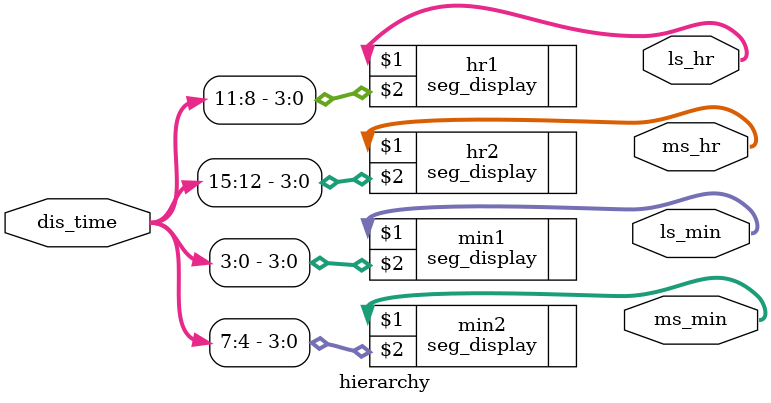
<source format=v>
/* Objective: Creating four digits
 * 1.	Make four instances of "Adding Seven Segment Display"
 */
module hierarchy(ms_hr, ls_hr, ms_min, ls_min,dis_time);
output [7:0] ms_hr, ls_hr, ms_min, ls_min;
input [15:0] dis_time;

seg_display hr2(ms_hr, dis_time[15:12]);
seg_display hr1(ls_hr, dis_time[11:8]);
seg_display min2(ms_min, dis_time[7:4]);
seg_display min1(ls_min, dis_time[3:0]);

endmodule

</source>
